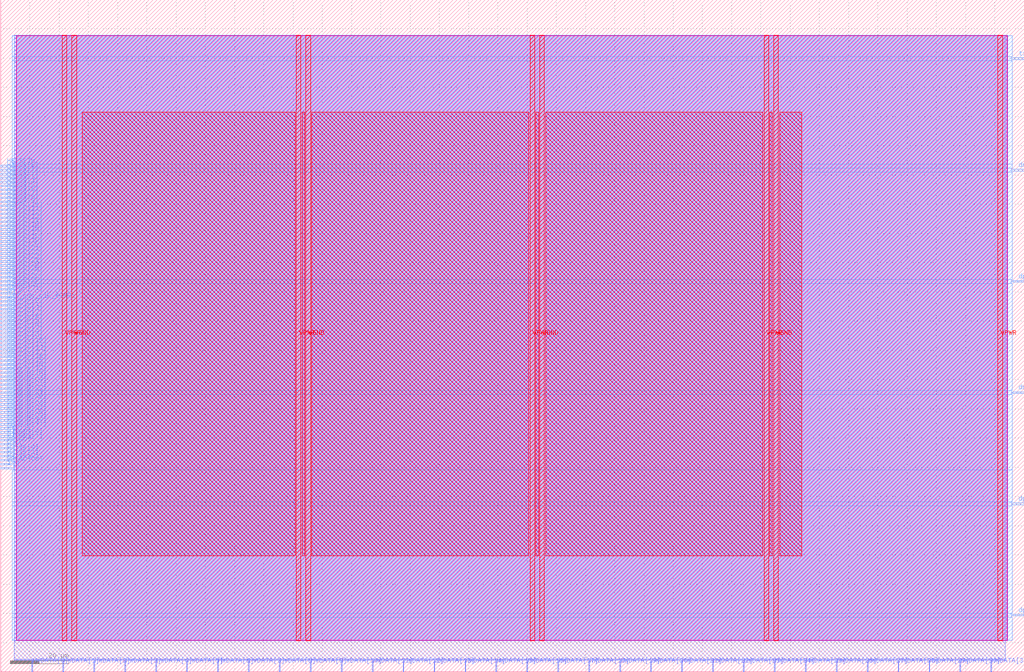
<source format=lef>
VERSION 5.7 ;
  NOWIREEXTENSIONATPIN ON ;
  DIVIDERCHAR "/" ;
  BUSBITCHARS "[]" ;
MACRO usb_cdc_wrapper_ahbl
  CLASS BLOCK ;
  FOREIGN usb_cdc_wrapper_ahbl ;
  ORIGIN 0.000 0.000 ;
  SIZE 350.000 BY 230.000 ;
  PIN HADDR[0]
    DIRECTION INPUT ;
    USE SIGNAL ;
    ANTENNAGATEAREA 0.560700 ;
    ANTENNADIFFAREA 0.434700 ;
    PORT
      LAYER met3 ;
        RECT 0.000 171.400 4.000 172.000 ;
    END
  END HADDR[0]
  PIN HADDR[10]
    DIRECTION INPUT ;
    USE SIGNAL ;
    ANTENNAGATEAREA 0.560700 ;
    ANTENNADIFFAREA 0.434700 ;
    PORT
      LAYER met3 ;
        RECT 0.000 157.800 4.000 158.400 ;
    END
  END HADDR[10]
  PIN HADDR[11]
    DIRECTION INPUT ;
    USE SIGNAL ;
    ANTENNAGATEAREA 0.560700 ;
    ANTENNADIFFAREA 0.434700 ;
    PORT
      LAYER met3 ;
        RECT 0.000 156.440 4.000 157.040 ;
    END
  END HADDR[11]
  PIN HADDR[12]
    DIRECTION INPUT ;
    USE SIGNAL ;
    ANTENNAGATEAREA 0.560700 ;
    ANTENNADIFFAREA 0.434700 ;
    PORT
      LAYER met3 ;
        RECT 0.000 155.080 4.000 155.680 ;
    END
  END HADDR[12]
  PIN HADDR[13]
    DIRECTION INPUT ;
    USE SIGNAL ;
    ANTENNAGATEAREA 0.560700 ;
    ANTENNADIFFAREA 0.434700 ;
    PORT
      LAYER met3 ;
        RECT 0.000 153.720 4.000 154.320 ;
    END
  END HADDR[13]
  PIN HADDR[14]
    DIRECTION INPUT ;
    USE SIGNAL ;
    ANTENNAGATEAREA 0.560700 ;
    ANTENNADIFFAREA 0.434700 ;
    PORT
      LAYER met3 ;
        RECT 0.000 152.360 4.000 152.960 ;
    END
  END HADDR[14]
  PIN HADDR[15]
    DIRECTION INPUT ;
    USE SIGNAL ;
    ANTENNAGATEAREA 0.560700 ;
    ANTENNADIFFAREA 0.434700 ;
    PORT
      LAYER met3 ;
        RECT 0.000 151.000 4.000 151.600 ;
    END
  END HADDR[15]
  PIN HADDR[16]
    DIRECTION INPUT ;
    USE SIGNAL ;
    PORT
      LAYER met3 ;
        RECT 0.000 149.640 4.000 150.240 ;
    END
  END HADDR[16]
  PIN HADDR[17]
    DIRECTION INPUT ;
    USE SIGNAL ;
    PORT
      LAYER met3 ;
        RECT 0.000 148.280 4.000 148.880 ;
    END
  END HADDR[17]
  PIN HADDR[18]
    DIRECTION INPUT ;
    USE SIGNAL ;
    PORT
      LAYER met3 ;
        RECT 0.000 146.920 4.000 147.520 ;
    END
  END HADDR[18]
  PIN HADDR[19]
    DIRECTION INPUT ;
    USE SIGNAL ;
    PORT
      LAYER met3 ;
        RECT 0.000 145.560 4.000 146.160 ;
    END
  END HADDR[19]
  PIN HADDR[1]
    DIRECTION INPUT ;
    USE SIGNAL ;
    ANTENNAGATEAREA 0.560700 ;
    ANTENNADIFFAREA 0.434700 ;
    PORT
      LAYER met3 ;
        RECT 0.000 170.040 4.000 170.640 ;
    END
  END HADDR[1]
  PIN HADDR[20]
    DIRECTION INPUT ;
    USE SIGNAL ;
    PORT
      LAYER met3 ;
        RECT 0.000 144.200 4.000 144.800 ;
    END
  END HADDR[20]
  PIN HADDR[21]
    DIRECTION INPUT ;
    USE SIGNAL ;
    PORT
      LAYER met3 ;
        RECT 0.000 142.840 4.000 143.440 ;
    END
  END HADDR[21]
  PIN HADDR[22]
    DIRECTION INPUT ;
    USE SIGNAL ;
    PORT
      LAYER met3 ;
        RECT 0.000 141.480 4.000 142.080 ;
    END
  END HADDR[22]
  PIN HADDR[23]
    DIRECTION INPUT ;
    USE SIGNAL ;
    PORT
      LAYER met3 ;
        RECT 0.000 140.120 4.000 140.720 ;
    END
  END HADDR[23]
  PIN HADDR[24]
    DIRECTION INPUT ;
    USE SIGNAL ;
    PORT
      LAYER met3 ;
        RECT 0.000 138.760 4.000 139.360 ;
    END
  END HADDR[24]
  PIN HADDR[25]
    DIRECTION INPUT ;
    USE SIGNAL ;
    PORT
      LAYER met3 ;
        RECT 0.000 137.400 4.000 138.000 ;
    END
  END HADDR[25]
  PIN HADDR[26]
    DIRECTION INPUT ;
    USE SIGNAL ;
    PORT
      LAYER met3 ;
        RECT 0.000 136.040 4.000 136.640 ;
    END
  END HADDR[26]
  PIN HADDR[27]
    DIRECTION INPUT ;
    USE SIGNAL ;
    PORT
      LAYER met3 ;
        RECT 0.000 134.680 4.000 135.280 ;
    END
  END HADDR[27]
  PIN HADDR[28]
    DIRECTION INPUT ;
    USE SIGNAL ;
    PORT
      LAYER met3 ;
        RECT 0.000 133.320 4.000 133.920 ;
    END
  END HADDR[28]
  PIN HADDR[29]
    DIRECTION INPUT ;
    USE SIGNAL ;
    PORT
      LAYER met3 ;
        RECT 0.000 131.960 4.000 132.560 ;
    END
  END HADDR[29]
  PIN HADDR[2]
    DIRECTION INPUT ;
    USE SIGNAL ;
    ANTENNAGATEAREA 0.560700 ;
    ANTENNADIFFAREA 0.434700 ;
    PORT
      LAYER met3 ;
        RECT 0.000 168.680 4.000 169.280 ;
    END
  END HADDR[2]
  PIN HADDR[30]
    DIRECTION INPUT ;
    USE SIGNAL ;
    PORT
      LAYER met3 ;
        RECT 0.000 130.600 4.000 131.200 ;
    END
  END HADDR[30]
  PIN HADDR[31]
    DIRECTION INPUT ;
    USE SIGNAL ;
    PORT
      LAYER met3 ;
        RECT 0.000 129.240 4.000 129.840 ;
    END
  END HADDR[31]
  PIN HADDR[3]
    DIRECTION INPUT ;
    USE SIGNAL ;
    ANTENNAGATEAREA 0.560700 ;
    ANTENNADIFFAREA 0.434700 ;
    PORT
      LAYER met3 ;
        RECT 0.000 167.320 4.000 167.920 ;
    END
  END HADDR[3]
  PIN HADDR[4]
    DIRECTION INPUT ;
    USE SIGNAL ;
    ANTENNAGATEAREA 0.560700 ;
    ANTENNADIFFAREA 0.434700 ;
    PORT
      LAYER met3 ;
        RECT 0.000 165.960 4.000 166.560 ;
    END
  END HADDR[4]
  PIN HADDR[5]
    DIRECTION INPUT ;
    USE SIGNAL ;
    ANTENNAGATEAREA 0.560700 ;
    ANTENNADIFFAREA 0.434700 ;
    PORT
      LAYER met3 ;
        RECT 0.000 164.600 4.000 165.200 ;
    END
  END HADDR[5]
  PIN HADDR[6]
    DIRECTION INPUT ;
    USE SIGNAL ;
    ANTENNAGATEAREA 0.560700 ;
    ANTENNADIFFAREA 0.434700 ;
    PORT
      LAYER met3 ;
        RECT 0.000 163.240 4.000 163.840 ;
    END
  END HADDR[6]
  PIN HADDR[7]
    DIRECTION INPUT ;
    USE SIGNAL ;
    ANTENNAGATEAREA 0.560700 ;
    ANTENNADIFFAREA 0.434700 ;
    PORT
      LAYER met3 ;
        RECT 0.000 161.880 4.000 162.480 ;
    END
  END HADDR[7]
  PIN HADDR[8]
    DIRECTION INPUT ;
    USE SIGNAL ;
    ANTENNAGATEAREA 0.560700 ;
    ANTENNADIFFAREA 0.434700 ;
    PORT
      LAYER met3 ;
        RECT 0.000 160.520 4.000 161.120 ;
    END
  END HADDR[8]
  PIN HADDR[9]
    DIRECTION INPUT ;
    USE SIGNAL ;
    ANTENNAGATEAREA 0.560700 ;
    ANTENNADIFFAREA 0.434700 ;
    PORT
      LAYER met3 ;
        RECT 0.000 159.160 4.000 159.760 ;
    END
  END HADDR[9]
  PIN HCLK
    DIRECTION INPUT ;
    USE SIGNAL ;
    ANTENNAGATEAREA 1.286700 ;
    ANTENNADIFFAREA 0.434700 ;
    PORT
      LAYER met3 ;
        RECT 0.000 127.880 4.000 128.480 ;
    END
  END HCLK
  PIN HRDATA[0]
    DIRECTION OUTPUT ;
    USE SIGNAL ;
    ANTENNAGATEAREA 0.434700 ;
    ANTENNADIFFAREA 2.025100 ;
    PORT
      LAYER met3 ;
        RECT 0.000 125.160 4.000 125.760 ;
    END
  END HRDATA[0]
  PIN HRDATA[10]
    DIRECTION OUTPUT ;
    USE SIGNAL ;
    ANTENNAGATEAREA 0.434700 ;
    ANTENNADIFFAREA 2.025100 ;
    PORT
      LAYER met3 ;
        RECT 0.000 111.560 4.000 112.160 ;
    END
  END HRDATA[10]
  PIN HRDATA[11]
    DIRECTION OUTPUT ;
    USE SIGNAL ;
    ANTENNAGATEAREA 0.434700 ;
    ANTENNADIFFAREA 2.025100 ;
    PORT
      LAYER met3 ;
        RECT 0.000 110.200 4.000 110.800 ;
    END
  END HRDATA[11]
  PIN HRDATA[12]
    DIRECTION OUTPUT ;
    USE SIGNAL ;
    ANTENNAGATEAREA 0.434700 ;
    ANTENNADIFFAREA 2.025100 ;
    PORT
      LAYER met3 ;
        RECT 0.000 108.840 4.000 109.440 ;
    END
  END HRDATA[12]
  PIN HRDATA[13]
    DIRECTION OUTPUT ;
    USE SIGNAL ;
    ANTENNAGATEAREA 0.434700 ;
    ANTENNADIFFAREA 2.025100 ;
    PORT
      LAYER met3 ;
        RECT 0.000 107.480 4.000 108.080 ;
    END
  END HRDATA[13]
  PIN HRDATA[14]
    DIRECTION OUTPUT ;
    USE SIGNAL ;
    ANTENNAGATEAREA 0.434700 ;
    ANTENNADIFFAREA 0.434700 ;
    PORT
      LAYER met3 ;
        RECT 0.000 106.120 4.000 106.720 ;
    END
  END HRDATA[14]
  PIN HRDATA[15]
    DIRECTION OUTPUT ;
    USE SIGNAL ;
    ANTENNAGATEAREA 0.434700 ;
    ANTENNADIFFAREA 2.025100 ;
    PORT
      LAYER met3 ;
        RECT 0.000 104.760 4.000 105.360 ;
    END
  END HRDATA[15]
  PIN HRDATA[16]
    DIRECTION OUTPUT ;
    USE SIGNAL ;
    ANTENNAGATEAREA 0.434700 ;
    ANTENNADIFFAREA 2.025100 ;
    PORT
      LAYER met3 ;
        RECT 0.000 103.400 4.000 104.000 ;
    END
  END HRDATA[16]
  PIN HRDATA[17]
    DIRECTION OUTPUT ;
    USE SIGNAL ;
    ANTENNAGATEAREA 0.434700 ;
    ANTENNADIFFAREA 0.434700 ;
    PORT
      LAYER met3 ;
        RECT 0.000 102.040 4.000 102.640 ;
    END
  END HRDATA[17]
  PIN HRDATA[18]
    DIRECTION OUTPUT ;
    USE SIGNAL ;
    ANTENNAGATEAREA 0.434700 ;
    ANTENNADIFFAREA 2.025100 ;
    PORT
      LAYER met3 ;
        RECT 0.000 100.680 4.000 101.280 ;
    END
  END HRDATA[18]
  PIN HRDATA[19]
    DIRECTION OUTPUT ;
    USE SIGNAL ;
    ANTENNAGATEAREA 0.434700 ;
    ANTENNADIFFAREA 2.025100 ;
    PORT
      LAYER met3 ;
        RECT 0.000 99.320 4.000 99.920 ;
    END
  END HRDATA[19]
  PIN HRDATA[1]
    DIRECTION OUTPUT ;
    USE SIGNAL ;
    ANTENNAGATEAREA 0.434700 ;
    ANTENNADIFFAREA 2.025100 ;
    PORT
      LAYER met3 ;
        RECT 0.000 123.800 4.000 124.400 ;
    END
  END HRDATA[1]
  PIN HRDATA[20]
    DIRECTION OUTPUT ;
    USE SIGNAL ;
    ANTENNAGATEAREA 0.434700 ;
    ANTENNADIFFAREA 0.434700 ;
    PORT
      LAYER met3 ;
        RECT 0.000 97.960 4.000 98.560 ;
    END
  END HRDATA[20]
  PIN HRDATA[21]
    DIRECTION OUTPUT ;
    USE SIGNAL ;
    ANTENNAGATEAREA 0.434700 ;
    ANTENNADIFFAREA 2.025100 ;
    PORT
      LAYER met3 ;
        RECT 0.000 96.600 4.000 97.200 ;
    END
  END HRDATA[21]
  PIN HRDATA[22]
    DIRECTION OUTPUT ;
    USE SIGNAL ;
    ANTENNAGATEAREA 0.434700 ;
    ANTENNADIFFAREA 0.434700 ;
    PORT
      LAYER met3 ;
        RECT 0.000 95.240 4.000 95.840 ;
    END
  END HRDATA[22]
  PIN HRDATA[23]
    DIRECTION OUTPUT ;
    USE SIGNAL ;
    ANTENNAGATEAREA 0.434700 ;
    ANTENNADIFFAREA 2.025100 ;
    PORT
      LAYER met3 ;
        RECT 0.000 93.880 4.000 94.480 ;
    END
  END HRDATA[23]
  PIN HRDATA[24]
    DIRECTION OUTPUT ;
    USE SIGNAL ;
    ANTENNAGATEAREA 0.434700 ;
    ANTENNADIFFAREA 0.434700 ;
    PORT
      LAYER met3 ;
        RECT 0.000 92.520 4.000 93.120 ;
    END
  END HRDATA[24]
  PIN HRDATA[25]
    DIRECTION OUTPUT ;
    USE SIGNAL ;
    ANTENNAGATEAREA 0.434700 ;
    ANTENNADIFFAREA 2.025100 ;
    PORT
      LAYER met3 ;
        RECT 0.000 91.160 4.000 91.760 ;
    END
  END HRDATA[25]
  PIN HRDATA[26]
    DIRECTION OUTPUT ;
    USE SIGNAL ;
    ANTENNAGATEAREA 0.434700 ;
    ANTENNADIFFAREA 2.025100 ;
    PORT
      LAYER met3 ;
        RECT 0.000 89.800 4.000 90.400 ;
    END
  END HRDATA[26]
  PIN HRDATA[27]
    DIRECTION OUTPUT ;
    USE SIGNAL ;
    ANTENNAGATEAREA 0.434700 ;
    ANTENNADIFFAREA 2.025100 ;
    PORT
      LAYER met3 ;
        RECT 0.000 88.440 4.000 89.040 ;
    END
  END HRDATA[27]
  PIN HRDATA[28]
    DIRECTION OUTPUT ;
    USE SIGNAL ;
    ANTENNAGATEAREA 0.434700 ;
    ANTENNADIFFAREA 2.025100 ;
    PORT
      LAYER met3 ;
        RECT 0.000 87.080 4.000 87.680 ;
    END
  END HRDATA[28]
  PIN HRDATA[29]
    DIRECTION OUTPUT ;
    USE SIGNAL ;
    ANTENNAGATEAREA 0.434700 ;
    ANTENNADIFFAREA 0.434700 ;
    PORT
      LAYER met3 ;
        RECT 0.000 85.720 4.000 86.320 ;
    END
  END HRDATA[29]
  PIN HRDATA[2]
    DIRECTION OUTPUT ;
    USE SIGNAL ;
    ANTENNAGATEAREA 0.434700 ;
    ANTENNADIFFAREA 2.025100 ;
    PORT
      LAYER met3 ;
        RECT 0.000 122.440 4.000 123.040 ;
    END
  END HRDATA[2]
  PIN HRDATA[30]
    DIRECTION OUTPUT ;
    USE SIGNAL ;
    ANTENNAGATEAREA 0.434700 ;
    ANTENNADIFFAREA 2.025100 ;
    PORT
      LAYER met3 ;
        RECT 0.000 84.360 4.000 84.960 ;
    END
  END HRDATA[30]
  PIN HRDATA[31]
    DIRECTION OUTPUT ;
    USE SIGNAL ;
    ANTENNAGATEAREA 0.434700 ;
    ANTENNADIFFAREA 2.025100 ;
    PORT
      LAYER met3 ;
        RECT 0.000 83.000 4.000 83.600 ;
    END
  END HRDATA[31]
  PIN HRDATA[3]
    DIRECTION OUTPUT ;
    USE SIGNAL ;
    ANTENNAGATEAREA 0.434700 ;
    ANTENNADIFFAREA 2.025100 ;
    PORT
      LAYER met3 ;
        RECT 0.000 121.080 4.000 121.680 ;
    END
  END HRDATA[3]
  PIN HRDATA[4]
    DIRECTION OUTPUT ;
    USE SIGNAL ;
    ANTENNAGATEAREA 0.434700 ;
    ANTENNADIFFAREA 2.025100 ;
    PORT
      LAYER met3 ;
        RECT 0.000 119.720 4.000 120.320 ;
    END
  END HRDATA[4]
  PIN HRDATA[5]
    DIRECTION OUTPUT ;
    USE SIGNAL ;
    ANTENNAGATEAREA 0.434700 ;
    ANTENNADIFFAREA 2.025100 ;
    PORT
      LAYER met3 ;
        RECT 0.000 118.360 4.000 118.960 ;
    END
  END HRDATA[5]
  PIN HRDATA[6]
    DIRECTION OUTPUT ;
    USE SIGNAL ;
    ANTENNAGATEAREA 0.434700 ;
    ANTENNADIFFAREA 2.025100 ;
    PORT
      LAYER met3 ;
        RECT 0.000 117.000 4.000 117.600 ;
    END
  END HRDATA[6]
  PIN HRDATA[7]
    DIRECTION OUTPUT ;
    USE SIGNAL ;
    ANTENNAGATEAREA 0.434700 ;
    ANTENNADIFFAREA 2.025100 ;
    PORT
      LAYER met3 ;
        RECT 0.000 115.640 4.000 116.240 ;
    END
  END HRDATA[7]
  PIN HRDATA[8]
    DIRECTION OUTPUT ;
    USE SIGNAL ;
    ANTENNAGATEAREA 0.434700 ;
    ANTENNADIFFAREA 0.434700 ;
    PORT
      LAYER met3 ;
        RECT 0.000 114.280 4.000 114.880 ;
    END
  END HRDATA[8]
  PIN HRDATA[9]
    DIRECTION OUTPUT ;
    USE SIGNAL ;
    ANTENNAGATEAREA 0.434700 ;
    ANTENNADIFFAREA 2.025100 ;
    PORT
      LAYER met3 ;
        RECT 0.000 112.920 4.000 113.520 ;
    END
  END HRDATA[9]
  PIN HREADY
    DIRECTION INPUT ;
    USE SIGNAL ;
    ANTENNAGATEAREA 0.647700 ;
    ANTENNADIFFAREA 0.434700 ;
    PORT
      LAYER met3 ;
        RECT 0.000 77.560 4.000 78.160 ;
    END
  END HREADY
  PIN HREADYOUT
    DIRECTION OUTPUT ;
    USE SIGNAL ;
    ANTENNAGATEAREA 0.434700 ;
    ANTENNADIFFAREA 0.434700 ;
    PORT
      LAYER met3 ;
        RECT 0.000 70.760 4.000 71.360 ;
    END
  END HREADYOUT
  PIN HRESETn
    DIRECTION INPUT ;
    USE SIGNAL ;
    ANTENNAGATEAREA 0.560700 ;
    ANTENNADIFFAREA 0.434700 ;
    PORT
      LAYER met3 ;
        RECT 0.000 172.760 4.000 173.360 ;
    END
  END HRESETn
  PIN HSEL
    DIRECTION INPUT ;
    USE SIGNAL ;
    ANTENNAGATEAREA 0.560700 ;
    ANTENNADIFFAREA 0.434700 ;
    PORT
      LAYER met3 ;
        RECT 0.000 76.200 4.000 76.800 ;
    END
  END HSEL
  PIN HSIZE[0]
    DIRECTION INPUT ;
    USE SIGNAL ;
    PORT
      LAYER met3 ;
        RECT 0.000 74.840 4.000 75.440 ;
    END
  END HSIZE[0]
  PIN HSIZE[1]
    DIRECTION INPUT ;
    USE SIGNAL ;
    PORT
      LAYER met3 ;
        RECT 0.000 73.480 4.000 74.080 ;
    END
  END HSIZE[1]
  PIN HSIZE[2]
    DIRECTION INPUT ;
    USE SIGNAL ;
    PORT
      LAYER met3 ;
        RECT 0.000 72.120 4.000 72.720 ;
    END
  END HSIZE[2]
  PIN HTRANS[0]
    DIRECTION INPUT ;
    USE SIGNAL ;
    PORT
      LAYER met3 ;
        RECT 0.000 80.280 4.000 80.880 ;
    END
  END HTRANS[0]
  PIN HTRANS[1]
    DIRECTION INPUT ;
    USE SIGNAL ;
    ANTENNAGATEAREA 0.560700 ;
    ANTENNADIFFAREA 0.434700 ;
    PORT
      LAYER met3 ;
        RECT 0.000 78.920 4.000 79.520 ;
    END
  END HTRANS[1]
  PIN HWDATA[0]
    DIRECTION INPUT ;
    USE SIGNAL ;
    ANTENNAGATEAREA 0.593700 ;
    ANTENNADIFFAREA 0.434700 ;
    PORT
      LAYER met2 ;
        RECT 10.670 0.000 10.950 4.000 ;
    END
  END HWDATA[0]
  PIN HWDATA[10]
    DIRECTION INPUT ;
    USE SIGNAL ;
    PORT
      LAYER met2 ;
        RECT 116.470 0.000 116.750 4.000 ;
    END
  END HWDATA[10]
  PIN HWDATA[11]
    DIRECTION INPUT ;
    USE SIGNAL ;
    PORT
      LAYER met2 ;
        RECT 127.050 0.000 127.330 4.000 ;
    END
  END HWDATA[11]
  PIN HWDATA[12]
    DIRECTION INPUT ;
    USE SIGNAL ;
    PORT
      LAYER met2 ;
        RECT 137.630 0.000 137.910 4.000 ;
    END
  END HWDATA[12]
  PIN HWDATA[13]
    DIRECTION INPUT ;
    USE SIGNAL ;
    PORT
      LAYER met2 ;
        RECT 148.210 0.000 148.490 4.000 ;
    END
  END HWDATA[13]
  PIN HWDATA[14]
    DIRECTION INPUT ;
    USE SIGNAL ;
    PORT
      LAYER met2 ;
        RECT 158.790 0.000 159.070 4.000 ;
    END
  END HWDATA[14]
  PIN HWDATA[15]
    DIRECTION INPUT ;
    USE SIGNAL ;
    PORT
      LAYER met2 ;
        RECT 169.370 0.000 169.650 4.000 ;
    END
  END HWDATA[15]
  PIN HWDATA[16]
    DIRECTION INPUT ;
    USE SIGNAL ;
    PORT
      LAYER met2 ;
        RECT 179.950 0.000 180.230 4.000 ;
    END
  END HWDATA[16]
  PIN HWDATA[17]
    DIRECTION INPUT ;
    USE SIGNAL ;
    PORT
      LAYER met2 ;
        RECT 190.530 0.000 190.810 4.000 ;
    END
  END HWDATA[17]
  PIN HWDATA[18]
    DIRECTION INPUT ;
    USE SIGNAL ;
    PORT
      LAYER met2 ;
        RECT 201.110 0.000 201.390 4.000 ;
    END
  END HWDATA[18]
  PIN HWDATA[19]
    DIRECTION INPUT ;
    USE SIGNAL ;
    PORT
      LAYER met2 ;
        RECT 211.690 0.000 211.970 4.000 ;
    END
  END HWDATA[19]
  PIN HWDATA[1]
    DIRECTION INPUT ;
    USE SIGNAL ;
    ANTENNAGATEAREA 0.647700 ;
    ANTENNADIFFAREA 0.434700 ;
    PORT
      LAYER met2 ;
        RECT 21.250 0.000 21.530 4.000 ;
    END
  END HWDATA[1]
  PIN HWDATA[20]
    DIRECTION INPUT ;
    USE SIGNAL ;
    PORT
      LAYER met2 ;
        RECT 222.270 0.000 222.550 4.000 ;
    END
  END HWDATA[20]
  PIN HWDATA[21]
    DIRECTION INPUT ;
    USE SIGNAL ;
    PORT
      LAYER met2 ;
        RECT 232.850 0.000 233.130 4.000 ;
    END
  END HWDATA[21]
  PIN HWDATA[22]
    DIRECTION INPUT ;
    USE SIGNAL ;
    PORT
      LAYER met2 ;
        RECT 243.430 0.000 243.710 4.000 ;
    END
  END HWDATA[22]
  PIN HWDATA[23]
    DIRECTION INPUT ;
    USE SIGNAL ;
    PORT
      LAYER met2 ;
        RECT 254.010 0.000 254.290 4.000 ;
    END
  END HWDATA[23]
  PIN HWDATA[24]
    DIRECTION INPUT ;
    USE SIGNAL ;
    PORT
      LAYER met2 ;
        RECT 264.590 0.000 264.870 4.000 ;
    END
  END HWDATA[24]
  PIN HWDATA[25]
    DIRECTION INPUT ;
    USE SIGNAL ;
    PORT
      LAYER met2 ;
        RECT 275.170 0.000 275.450 4.000 ;
    END
  END HWDATA[25]
  PIN HWDATA[26]
    DIRECTION INPUT ;
    USE SIGNAL ;
    PORT
      LAYER met2 ;
        RECT 285.750 0.000 286.030 4.000 ;
    END
  END HWDATA[26]
  PIN HWDATA[27]
    DIRECTION INPUT ;
    USE SIGNAL ;
    PORT
      LAYER met2 ;
        RECT 296.330 0.000 296.610 4.000 ;
    END
  END HWDATA[27]
  PIN HWDATA[28]
    DIRECTION INPUT ;
    USE SIGNAL ;
    PORT
      LAYER met2 ;
        RECT 306.910 0.000 307.190 4.000 ;
    END
  END HWDATA[28]
  PIN HWDATA[29]
    DIRECTION INPUT ;
    USE SIGNAL ;
    PORT
      LAYER met2 ;
        RECT 317.490 0.000 317.770 4.000 ;
    END
  END HWDATA[29]
  PIN HWDATA[2]
    DIRECTION INPUT ;
    USE SIGNAL ;
    ANTENNAGATEAREA 0.647700 ;
    ANTENNADIFFAREA 0.434700 ;
    PORT
      LAYER met2 ;
        RECT 31.830 0.000 32.110 4.000 ;
    END
  END HWDATA[2]
  PIN HWDATA[30]
    DIRECTION INPUT ;
    USE SIGNAL ;
    PORT
      LAYER met2 ;
        RECT 328.070 0.000 328.350 4.000 ;
    END
  END HWDATA[30]
  PIN HWDATA[31]
    DIRECTION INPUT ;
    USE SIGNAL ;
    PORT
      LAYER met2 ;
        RECT 338.650 0.000 338.930 4.000 ;
    END
  END HWDATA[31]
  PIN HWDATA[3]
    DIRECTION INPUT ;
    USE SIGNAL ;
    ANTENNAGATEAREA 0.560700 ;
    ANTENNADIFFAREA 0.434700 ;
    PORT
      LAYER met2 ;
        RECT 42.410 0.000 42.690 4.000 ;
    END
  END HWDATA[3]
  PIN HWDATA[4]
    DIRECTION INPUT ;
    USE SIGNAL ;
    ANTENNAGATEAREA 0.560700 ;
    ANTENNADIFFAREA 0.434700 ;
    PORT
      LAYER met2 ;
        RECT 52.990 0.000 53.270 4.000 ;
    END
  END HWDATA[4]
  PIN HWDATA[5]
    DIRECTION INPUT ;
    USE SIGNAL ;
    ANTENNAGATEAREA 0.560700 ;
    ANTENNADIFFAREA 0.434700 ;
    PORT
      LAYER met2 ;
        RECT 63.570 0.000 63.850 4.000 ;
    END
  END HWDATA[5]
  PIN HWDATA[6]
    DIRECTION INPUT ;
    USE SIGNAL ;
    ANTENNAGATEAREA 0.647700 ;
    ANTENNADIFFAREA 0.434700 ;
    PORT
      LAYER met2 ;
        RECT 74.150 0.000 74.430 4.000 ;
    END
  END HWDATA[6]
  PIN HWDATA[7]
    DIRECTION INPUT ;
    USE SIGNAL ;
    ANTENNAGATEAREA 0.647700 ;
    ANTENNADIFFAREA 0.434700 ;
    PORT
      LAYER met2 ;
        RECT 84.730 0.000 85.010 4.000 ;
    END
  END HWDATA[7]
  PIN HWDATA[8]
    DIRECTION INPUT ;
    USE SIGNAL ;
    PORT
      LAYER met2 ;
        RECT 95.310 0.000 95.590 4.000 ;
    END
  END HWDATA[8]
  PIN HWDATA[9]
    DIRECTION INPUT ;
    USE SIGNAL ;
    PORT
      LAYER met2 ;
        RECT 105.890 0.000 106.170 4.000 ;
    END
  END HWDATA[9]
  PIN HWRITE
    DIRECTION INPUT ;
    USE SIGNAL ;
    ANTENNAGATEAREA 0.560700 ;
    ANTENNADIFFAREA 0.434700 ;
    PORT
      LAYER met3 ;
        RECT 0.000 81.640 4.000 82.240 ;
    END
  END HWRITE
  PIN VGND
    DIRECTION INOUT ;
    USE GROUND ;
    PORT
      LAYER met4 ;
        RECT 24.340 10.640 25.940 217.840 ;
    END
    PORT
      LAYER met4 ;
        RECT 104.340 10.640 105.940 217.840 ;
    END
    PORT
      LAYER met4 ;
        RECT 184.340 10.640 185.940 217.840 ;
    END
    PORT
      LAYER met4 ;
        RECT 264.340 10.640 265.940 217.840 ;
    END
  END VGND
  PIN VPWR
    DIRECTION INOUT ;
    USE POWER ;
    PORT
      LAYER met4 ;
        RECT 21.040 10.640 22.640 217.840 ;
    END
    PORT
      LAYER met4 ;
        RECT 101.040 10.640 102.640 217.840 ;
    END
    PORT
      LAYER met4 ;
        RECT 181.040 10.640 182.640 217.840 ;
    END
    PORT
      LAYER met4 ;
        RECT 261.040 10.640 262.640 217.840 ;
    END
    PORT
      LAYER met4 ;
        RECT 341.040 10.640 342.640 217.840 ;
    END
  END VPWR
  PIN dn_rx_i
    DIRECTION INPUT ;
    USE SIGNAL ;
    ANTENNAGATEAREA 0.560700 ;
    ANTENNADIFFAREA 0.434700 ;
    PORT
      LAYER met3 ;
        RECT 346.000 95.240 350.000 95.840 ;
    END
  END dn_rx_i
  PIN dn_tx_o
    DIRECTION OUTPUT ;
    USE SIGNAL ;
    ANTENNAGATEAREA 0.434700 ;
    ANTENNADIFFAREA 2.025100 ;
    PORT
      LAYER met3 ;
        RECT 346.000 171.400 350.000 172.000 ;
    END
  END dn_tx_o
  PIN dp_pu_o
    DIRECTION OUTPUT ;
    USE SIGNAL ;
    ANTENNAGATEAREA 0.434700 ;
    ANTENNADIFFAREA 2.025100 ;
    PORT
      LAYER met3 ;
        RECT 346.000 19.080 350.000 19.680 ;
    END
  END dp_pu_o
  PIN dp_rx_i
    DIRECTION INPUT ;
    USE SIGNAL ;
    ANTENNAGATEAREA 0.560700 ;
    ANTENNADIFFAREA 0.434700 ;
    PORT
      LAYER met3 ;
        RECT 346.000 57.160 350.000 57.760 ;
    END
  END dp_rx_i
  PIN dp_tx_o
    DIRECTION OUTPUT ;
    USE SIGNAL ;
    ANTENNAGATEAREA 0.434700 ;
    ANTENNADIFFAREA 2.025100 ;
    PORT
      LAYER met3 ;
        RECT 346.000 133.320 350.000 133.920 ;
    END
  END dp_tx_o
  PIN irq
    DIRECTION OUTPUT ;
    USE SIGNAL ;
    ANTENNAGATEAREA 0.434700 ;
    ANTENNADIFFAREA 2.025100 ;
    PORT
      LAYER met3 ;
        RECT 0.000 69.400 4.000 70.000 ;
    END
  END irq
  PIN tx_en_o
    DIRECTION OUTPUT ;
    USE SIGNAL ;
    ANTENNAGATEAREA 0.434700 ;
    ANTENNADIFFAREA 2.025100 ;
    PORT
      LAYER met3 ;
        RECT 346.000 209.480 350.000 210.080 ;
    END
  END tx_en_o
  PIN usb_cdc_clk_48MHz
    DIRECTION INPUT ;
    USE SIGNAL ;
    ANTENNAGATEAREA 1.286700 ;
    ANTENNADIFFAREA 0.434700 ;
    PORT
      LAYER met3 ;
        RECT 0.000 126.520 4.000 127.120 ;
    END
  END usb_cdc_clk_48MHz
  OBS
      LAYER nwell ;
        RECT 5.330 10.795 344.270 217.685 ;
      LAYER li1 ;
        RECT 5.520 10.795 344.080 217.685 ;
      LAYER met1 ;
        RECT 4.670 10.640 344.380 217.840 ;
      LAYER met2 ;
        RECT 4.690 4.280 343.530 217.785 ;
        RECT 4.690 4.000 10.390 4.280 ;
        RECT 11.230 4.000 20.970 4.280 ;
        RECT 21.810 4.000 31.550 4.280 ;
        RECT 32.390 4.000 42.130 4.280 ;
        RECT 42.970 4.000 52.710 4.280 ;
        RECT 53.550 4.000 63.290 4.280 ;
        RECT 64.130 4.000 73.870 4.280 ;
        RECT 74.710 4.000 84.450 4.280 ;
        RECT 85.290 4.000 95.030 4.280 ;
        RECT 95.870 4.000 105.610 4.280 ;
        RECT 106.450 4.000 116.190 4.280 ;
        RECT 117.030 4.000 126.770 4.280 ;
        RECT 127.610 4.000 137.350 4.280 ;
        RECT 138.190 4.000 147.930 4.280 ;
        RECT 148.770 4.000 158.510 4.280 ;
        RECT 159.350 4.000 169.090 4.280 ;
        RECT 169.930 4.000 179.670 4.280 ;
        RECT 180.510 4.000 190.250 4.280 ;
        RECT 191.090 4.000 200.830 4.280 ;
        RECT 201.670 4.000 211.410 4.280 ;
        RECT 212.250 4.000 221.990 4.280 ;
        RECT 222.830 4.000 232.570 4.280 ;
        RECT 233.410 4.000 243.150 4.280 ;
        RECT 243.990 4.000 253.730 4.280 ;
        RECT 254.570 4.000 264.310 4.280 ;
        RECT 265.150 4.000 274.890 4.280 ;
        RECT 275.730 4.000 285.470 4.280 ;
        RECT 286.310 4.000 296.050 4.280 ;
        RECT 296.890 4.000 306.630 4.280 ;
        RECT 307.470 4.000 317.210 4.280 ;
        RECT 318.050 4.000 327.790 4.280 ;
        RECT 328.630 4.000 338.370 4.280 ;
        RECT 339.210 4.000 343.530 4.280 ;
      LAYER met3 ;
        RECT 4.000 210.480 346.000 217.765 ;
        RECT 4.000 209.080 345.600 210.480 ;
        RECT 4.000 173.760 346.000 209.080 ;
        RECT 4.400 172.400 346.000 173.760 ;
        RECT 4.400 171.000 345.600 172.400 ;
        RECT 4.400 134.320 346.000 171.000 ;
        RECT 4.400 132.920 345.600 134.320 ;
        RECT 4.400 96.240 346.000 132.920 ;
        RECT 4.400 94.840 345.600 96.240 ;
        RECT 4.400 69.000 346.000 94.840 ;
        RECT 4.000 58.160 346.000 69.000 ;
        RECT 4.000 56.760 345.600 58.160 ;
        RECT 4.000 20.080 346.000 56.760 ;
        RECT 4.000 18.680 345.600 20.080 ;
        RECT 4.000 10.715 346.000 18.680 ;
      LAYER met4 ;
        RECT 27.895 39.615 100.640 191.585 ;
        RECT 103.040 39.615 103.940 191.585 ;
        RECT 106.340 39.615 180.640 191.585 ;
        RECT 183.040 39.615 183.940 191.585 ;
        RECT 186.340 39.615 260.640 191.585 ;
        RECT 263.040 39.615 263.940 191.585 ;
        RECT 266.340 39.615 273.865 191.585 ;
  END
END usb_cdc_wrapper_ahbl
END LIBRARY


</source>
